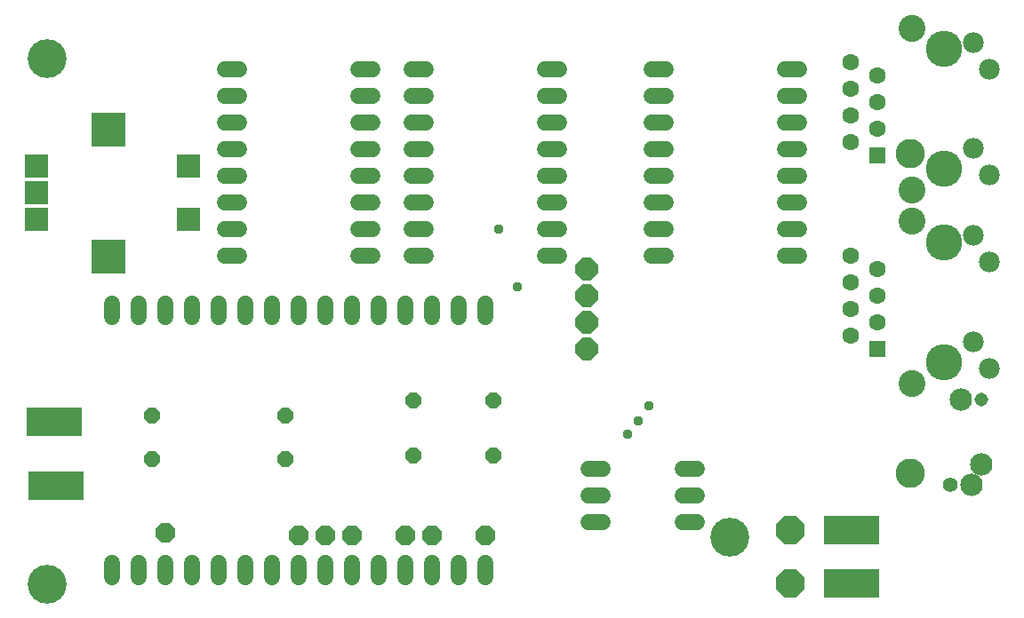
<source format=gbr>
G04 EAGLE Gerber RS-274X export*
G75*
%MOMM*%
%FSLAX34Y34*%
%LPD*%
%INSoldermask Top*%
%IPPOS*%
%AMOC8*
5,1,8,0,0,1.08239X$1,22.5*%
G01*
%ADD10C,3.703200*%
%ADD11C,2.783841*%
%ADD12C,1.524000*%
%ADD13P,1.649562X8X22.500000*%
%ADD14P,1.649562X8X202.500000*%
%ADD15R,2.298700X2.298700*%
%ADD16R,3.319200X3.319200*%
%ADD17R,1.601200X1.601200*%
%ADD18C,1.601200*%
%ADD19C,3.453200*%
%ADD20C,2.558200*%
%ADD21C,1.988200*%
%ADD22P,2.969212X8X22.500000*%
%ADD23R,5.283200X2.743200*%
%ADD24C,1.311200*%
%ADD25C,2.133600*%
%ADD26C,1.411200*%
%ADD27P,1.951982X8X292.500000*%
%ADD28P,1.951982X8X22.500000*%
%ADD29P,2.309387X8X202.500000*%
%ADD30C,0.959600*%


D10*
X40000Y531100D03*
X690090Y74480D03*
X40000Y30000D03*
D11*
X861540Y135440D03*
X861540Y440240D03*
D12*
X568960Y139700D02*
X555752Y139700D01*
X555752Y114300D02*
X568960Y114300D01*
X645160Y114300D02*
X658368Y114300D01*
X658368Y139700D02*
X645160Y139700D01*
X568960Y88900D02*
X555752Y88900D01*
X645160Y88900D02*
X658368Y88900D01*
D13*
X388620Y152400D03*
X464820Y152400D03*
X388620Y204470D03*
X464820Y204470D03*
X139700Y148590D03*
X266700Y148590D03*
D14*
X266700Y190500D03*
X139700Y190500D03*
D15*
X29680Y402590D03*
X174460Y427990D03*
X29680Y427990D03*
X30010Y377190D03*
X174790Y377190D03*
D16*
X98430Y342460D03*
X98420Y462720D03*
D17*
X830580Y438150D03*
D18*
X805180Y450850D03*
X830580Y463550D03*
X805180Y476250D03*
X830580Y488950D03*
X805180Y501650D03*
X830580Y514350D03*
X805180Y527050D03*
D19*
X894080Y425450D03*
X894080Y539750D03*
D20*
X863580Y560050D03*
X863580Y405150D03*
D21*
X921980Y445050D03*
X921980Y546350D03*
X937280Y419650D03*
X937280Y520950D03*
D17*
X830580Y254000D03*
D18*
X805180Y266700D03*
X830580Y279400D03*
X805180Y292100D03*
X830580Y304800D03*
X805180Y317500D03*
X830580Y330200D03*
X805180Y342900D03*
D19*
X894080Y241300D03*
X894080Y355600D03*
D20*
X863580Y375900D03*
X863580Y221000D03*
D21*
X921980Y260900D03*
X921980Y362200D03*
X937280Y235500D03*
X937280Y336800D03*
D22*
X748030Y30480D03*
X748030Y81280D03*
D23*
X806450Y30480D03*
X806450Y81280D03*
D24*
X930040Y205410D03*
D25*
X910040Y205410D03*
D26*
X900040Y124300D03*
D25*
X920040Y124300D03*
X930040Y144300D03*
D27*
X381000Y76200D03*
X330200Y76200D03*
D28*
X304800Y76200D03*
X279400Y76200D03*
X152400Y78740D03*
X457200Y76200D03*
D23*
X46990Y184150D03*
X48260Y123190D03*
D28*
X406400Y76200D03*
D12*
X457200Y49784D02*
X457200Y36576D01*
X431800Y36576D02*
X431800Y49784D01*
X406400Y49784D02*
X406400Y36576D01*
X381000Y36576D02*
X381000Y49784D01*
X355600Y49784D02*
X355600Y36576D01*
X330200Y36576D02*
X330200Y49784D01*
X304800Y49784D02*
X304800Y36576D01*
X279400Y36576D02*
X279400Y49784D01*
X254000Y49784D02*
X254000Y36576D01*
X228600Y36576D02*
X228600Y49784D01*
X203200Y49784D02*
X203200Y36576D01*
X177800Y36576D02*
X177800Y49784D01*
X152400Y49784D02*
X152400Y36576D01*
X127000Y36576D02*
X127000Y49784D01*
X101600Y49784D02*
X101600Y36576D01*
X101600Y284226D02*
X101600Y297434D01*
X127000Y297434D02*
X127000Y284226D01*
X152400Y284226D02*
X152400Y297434D01*
X177800Y297434D02*
X177800Y284226D01*
X203200Y284226D02*
X203200Y297434D01*
X228600Y297434D02*
X228600Y284226D01*
X254000Y284226D02*
X254000Y297434D01*
X279400Y297434D02*
X279400Y284226D01*
X304800Y284226D02*
X304800Y297434D01*
X330200Y297434D02*
X330200Y284226D01*
X355600Y284226D02*
X355600Y297434D01*
X381000Y297434D02*
X381000Y284226D01*
X406400Y284226D02*
X406400Y297434D01*
X431800Y297434D02*
X431800Y284226D01*
X457200Y284226D02*
X457200Y297434D01*
X742696Y520700D02*
X755904Y520700D01*
X755904Y495300D02*
X742696Y495300D01*
X742696Y469900D02*
X755904Y469900D01*
X755904Y444500D02*
X742696Y444500D01*
X742696Y419100D02*
X755904Y419100D01*
X755904Y393700D02*
X742696Y393700D01*
X742696Y368300D02*
X755904Y368300D01*
X755904Y342900D02*
X742696Y342900D01*
X628904Y520700D02*
X615696Y520700D01*
X615696Y495300D02*
X628904Y495300D01*
X628904Y469900D02*
X615696Y469900D01*
X615696Y444500D02*
X628904Y444500D01*
X628904Y419100D02*
X615696Y419100D01*
X615696Y393700D02*
X628904Y393700D01*
X628904Y368300D02*
X615696Y368300D01*
X615696Y342900D02*
X628904Y342900D01*
X527304Y520700D02*
X514096Y520700D01*
X514096Y495300D02*
X527304Y495300D01*
X527304Y469900D02*
X514096Y469900D01*
X514096Y444500D02*
X527304Y444500D01*
X527304Y419100D02*
X514096Y419100D01*
X514096Y393700D02*
X527304Y393700D01*
X527304Y368300D02*
X514096Y368300D01*
X514096Y342900D02*
X527304Y342900D01*
X400304Y520700D02*
X387096Y520700D01*
X387096Y495300D02*
X400304Y495300D01*
X400304Y469900D02*
X387096Y469900D01*
X387096Y444500D02*
X400304Y444500D01*
X400304Y419100D02*
X387096Y419100D01*
X387096Y393700D02*
X400304Y393700D01*
X400304Y368300D02*
X387096Y368300D01*
X387096Y342900D02*
X400304Y342900D01*
X349504Y520700D02*
X336296Y520700D01*
X336296Y495300D02*
X349504Y495300D01*
X349504Y469900D02*
X336296Y469900D01*
X336296Y444500D02*
X349504Y444500D01*
X349504Y419100D02*
X336296Y419100D01*
X336296Y393700D02*
X349504Y393700D01*
X349504Y368300D02*
X336296Y368300D01*
X336296Y342900D02*
X349504Y342900D01*
X222504Y520700D02*
X209296Y520700D01*
X209296Y495300D02*
X222504Y495300D01*
X222504Y469900D02*
X209296Y469900D01*
X209296Y444500D02*
X222504Y444500D01*
X222504Y419100D02*
X209296Y419100D01*
X209296Y393700D02*
X222504Y393700D01*
X222504Y368300D02*
X209296Y368300D01*
X209296Y342900D02*
X222504Y342900D01*
D29*
X553720Y330200D03*
X553720Y304800D03*
X553720Y279400D03*
X553720Y254000D03*
D30*
X603250Y185420D03*
X469900Y368300D03*
X487832Y313154D03*
X613410Y199390D03*
X593090Y172720D03*
M02*

</source>
